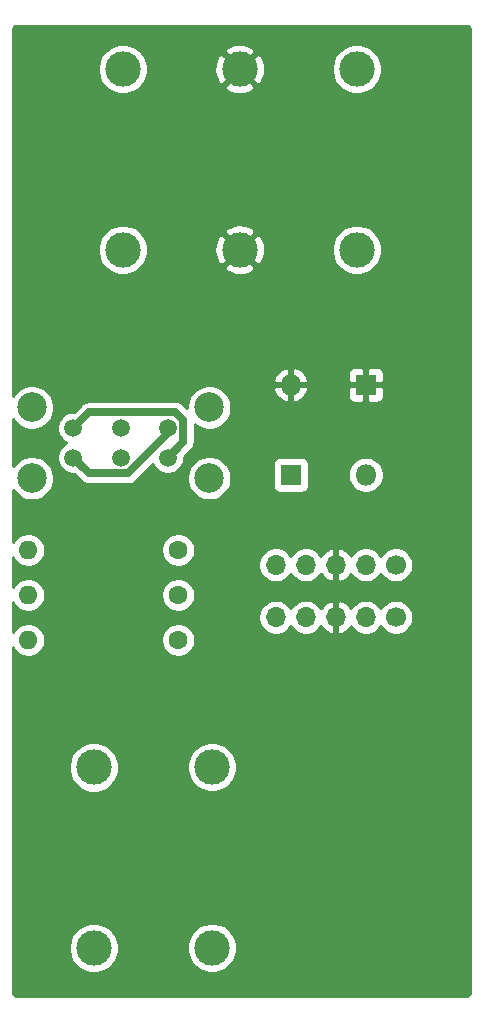
<source format=gbl>
%TF.GenerationSoftware,KiCad,Pcbnew,(5.1.8-0-10_14)*%
%TF.CreationDate,2021-07-14T10:20:26+01:00*%
%TF.ProjectId,transistor-matcher,7472616e-7369-4737-946f-722d6d617463,rev?*%
%TF.SameCoordinates,Original*%
%TF.FileFunction,Copper,L2,Bot*%
%TF.FilePolarity,Positive*%
%FSLAX46Y46*%
G04 Gerber Fmt 4.6, Leading zero omitted, Abs format (unit mm)*
G04 Created by KiCad (PCBNEW (5.1.8-0-10_14)) date 2021-07-14 10:20:26*
%MOMM*%
%LPD*%
G01*
G04 APERTURE LIST*
%TA.AperFunction,ComponentPad*%
%ADD10C,3.000000*%
%TD*%
%TA.AperFunction,ComponentPad*%
%ADD11R,1.800000X1.800000*%
%TD*%
%TA.AperFunction,ComponentPad*%
%ADD12O,1.800000X1.800000*%
%TD*%
%TA.AperFunction,ComponentPad*%
%ADD13O,1.700000X1.700000*%
%TD*%
%TA.AperFunction,ComponentPad*%
%ADD14C,1.700000*%
%TD*%
%TA.AperFunction,ComponentPad*%
%ADD15C,1.600000*%
%TD*%
%TA.AperFunction,ComponentPad*%
%ADD16O,1.600000X1.600000*%
%TD*%
%TA.AperFunction,ComponentPad*%
%ADD17C,1.500000*%
%TD*%
%TA.AperFunction,ComponentPad*%
%ADD18C,2.500000*%
%TD*%
%TA.AperFunction,Conductor*%
%ADD19C,0.635000*%
%TD*%
%TA.AperFunction,Conductor*%
%ADD20C,0.254000*%
%TD*%
%TA.AperFunction,Conductor*%
%ADD21C,0.100000*%
%TD*%
G04 APERTURE END LIST*
D10*
%TO.P,J1,1*%
%TO.N,Net-(J1-Pad1)*%
X92456000Y-57150000D03*
X92456000Y-41850000D03*
%TD*%
%TO.P,J2,1*%
%TO.N,GND*%
X102362000Y-57150000D03*
X102362000Y-41850000D03*
%TD*%
%TO.P,J3,1*%
%TO.N,Net-(J3-Pad1)*%
X112268000Y-57150000D03*
X112268000Y-41850000D03*
%TD*%
%TO.P,J4,1*%
%TO.N,Net-(J4-Pad1)*%
X90000000Y-100965000D03*
X90000000Y-116265000D03*
%TD*%
%TO.P,J7,1*%
%TO.N,Net-(J6-Pad2)*%
X100000000Y-100950000D03*
X100000000Y-116250000D03*
%TD*%
D11*
%TO.P,D1,1*%
%TO.N,GND*%
X113030000Y-68580000D03*
D12*
%TO.P,D1,2*%
%TO.N,Net-(D1-Pad2)*%
X113030000Y-76200000D03*
%TD*%
%TO.P,D2,2*%
%TO.N,GND*%
X106680000Y-68580000D03*
D11*
%TO.P,D2,1*%
%TO.N,Net-(D1-Pad2)*%
X106680000Y-76200000D03*
%TD*%
D13*
%TO.P,J5,5*%
%TO.N,Net-(J4-Pad1)*%
X105410000Y-83820000D03*
%TO.P,J5,4*%
%TO.N,Net-(D1-Pad2)*%
X107950000Y-83820000D03*
%TO.P,J5,3*%
%TO.N,GND*%
X110490000Y-83820000D03*
%TO.P,J5,2*%
%TO.N,Net-(J4-Pad1)*%
X113030000Y-83820000D03*
D14*
%TO.P,J5,1*%
%TO.N,Net-(D1-Pad2)*%
X115570000Y-83820000D03*
%TD*%
%TO.P,J6,1*%
%TO.N,Net-(D1-Pad2)*%
X115570000Y-88265000D03*
D13*
%TO.P,J6,2*%
%TO.N,Net-(J6-Pad2)*%
X113030000Y-88265000D03*
%TO.P,J6,3*%
%TO.N,GND*%
X110490000Y-88265000D03*
%TO.P,J6,4*%
%TO.N,Net-(D1-Pad2)*%
X107950000Y-88265000D03*
%TO.P,J6,5*%
%TO.N,Net-(J6-Pad2)*%
X105410000Y-88265000D03*
%TD*%
D15*
%TO.P,R1,1*%
%TO.N,Net-(D1-Pad2)*%
X97155000Y-82550000D03*
D16*
%TO.P,R1,2*%
%TO.N,Net-(R1-Pad2)*%
X84455000Y-82550000D03*
%TD*%
%TO.P,R2,2*%
%TO.N,Net-(R2-Pad2)*%
X84455000Y-86360000D03*
D15*
%TO.P,R2,1*%
%TO.N,Net-(J4-Pad1)*%
X97155000Y-86360000D03*
%TD*%
%TO.P,R3,1*%
%TO.N,Net-(J6-Pad2)*%
X97155000Y-90170000D03*
D16*
%TO.P,R3,2*%
%TO.N,Net-(R2-Pad2)*%
X84455000Y-90170000D03*
%TD*%
D17*
%TO.P,SW1,1*%
%TO.N,Net-(R1-Pad2)*%
X88265000Y-72235000D03*
%TO.P,SW1,2*%
%TO.N,Net-(J1-Pad1)*%
X92265000Y-72235000D03*
%TO.P,SW1,3*%
%TO.N,Net-(R2-Pad2)*%
X96265000Y-72235000D03*
%TO.P,SW1,4*%
X88265000Y-74735000D03*
%TO.P,SW1,5*%
%TO.N,Net-(J3-Pad1)*%
X92265000Y-74735000D03*
%TO.P,SW1,6*%
%TO.N,Net-(R1-Pad2)*%
X96265000Y-74735000D03*
D18*
%TO.P,SW1,*%
%TO.N,*%
X84765000Y-70485000D03*
X84765000Y-76485000D03*
X99765000Y-70485000D03*
X99765000Y-76485000D03*
%TD*%
D19*
%TO.N,Net-(R1-Pad2)*%
X97586501Y-71600679D02*
X97586501Y-73413499D01*
X97586501Y-73413499D02*
X96265000Y-74735000D01*
X96899321Y-70913499D02*
X97586501Y-71600679D01*
X89586501Y-70913499D02*
X96899321Y-70913499D01*
X88265000Y-72235000D02*
X89586501Y-70913499D01*
%TO.N,Net-(R2-Pad2)*%
X89586501Y-76056501D02*
X88265000Y-74735000D01*
X92899321Y-76056501D02*
X89586501Y-76056501D01*
X96265000Y-72690822D02*
X92899321Y-76056501D01*
X96265000Y-72235000D02*
X96265000Y-72690822D01*
%TD*%
D20*
%TO.N,GND*%
X121565424Y-38169580D02*
X121628356Y-38188580D01*
X121686405Y-38219445D01*
X121737343Y-38260989D01*
X121779248Y-38311644D01*
X121810515Y-38369471D01*
X121829956Y-38432272D01*
X121840001Y-38527845D01*
X121840000Y-119967721D01*
X121830420Y-120065424D01*
X121811420Y-120128357D01*
X121780554Y-120186406D01*
X121739011Y-120237343D01*
X121688356Y-120279248D01*
X121630529Y-120310515D01*
X121567728Y-120329956D01*
X121472165Y-120340000D01*
X83532279Y-120340000D01*
X83434576Y-120330420D01*
X83371643Y-120311420D01*
X83313594Y-120280554D01*
X83262657Y-120239011D01*
X83220752Y-120188356D01*
X83189485Y-120130529D01*
X83170044Y-120067728D01*
X83160000Y-119972165D01*
X83160000Y-116054721D01*
X87865000Y-116054721D01*
X87865000Y-116475279D01*
X87947047Y-116887756D01*
X88107988Y-117276302D01*
X88341637Y-117625983D01*
X88639017Y-117923363D01*
X88988698Y-118157012D01*
X89377244Y-118317953D01*
X89789721Y-118400000D01*
X90210279Y-118400000D01*
X90622756Y-118317953D01*
X91011302Y-118157012D01*
X91360983Y-117923363D01*
X91658363Y-117625983D01*
X91892012Y-117276302D01*
X92052953Y-116887756D01*
X92135000Y-116475279D01*
X92135000Y-116054721D01*
X92132017Y-116039721D01*
X97865000Y-116039721D01*
X97865000Y-116460279D01*
X97947047Y-116872756D01*
X98107988Y-117261302D01*
X98341637Y-117610983D01*
X98639017Y-117908363D01*
X98988698Y-118142012D01*
X99377244Y-118302953D01*
X99789721Y-118385000D01*
X100210279Y-118385000D01*
X100622756Y-118302953D01*
X101011302Y-118142012D01*
X101360983Y-117908363D01*
X101658363Y-117610983D01*
X101892012Y-117261302D01*
X102052953Y-116872756D01*
X102135000Y-116460279D01*
X102135000Y-116039721D01*
X102052953Y-115627244D01*
X101892012Y-115238698D01*
X101658363Y-114889017D01*
X101360983Y-114591637D01*
X101011302Y-114357988D01*
X100622756Y-114197047D01*
X100210279Y-114115000D01*
X99789721Y-114115000D01*
X99377244Y-114197047D01*
X98988698Y-114357988D01*
X98639017Y-114591637D01*
X98341637Y-114889017D01*
X98107988Y-115238698D01*
X97947047Y-115627244D01*
X97865000Y-116039721D01*
X92132017Y-116039721D01*
X92052953Y-115642244D01*
X91892012Y-115253698D01*
X91658363Y-114904017D01*
X91360983Y-114606637D01*
X91011302Y-114372988D01*
X90622756Y-114212047D01*
X90210279Y-114130000D01*
X89789721Y-114130000D01*
X89377244Y-114212047D01*
X88988698Y-114372988D01*
X88639017Y-114606637D01*
X88341637Y-114904017D01*
X88107988Y-115253698D01*
X87947047Y-115642244D01*
X87865000Y-116054721D01*
X83160000Y-116054721D01*
X83160000Y-100754721D01*
X87865000Y-100754721D01*
X87865000Y-101175279D01*
X87947047Y-101587756D01*
X88107988Y-101976302D01*
X88341637Y-102325983D01*
X88639017Y-102623363D01*
X88988698Y-102857012D01*
X89377244Y-103017953D01*
X89789721Y-103100000D01*
X90210279Y-103100000D01*
X90622756Y-103017953D01*
X91011302Y-102857012D01*
X91360983Y-102623363D01*
X91658363Y-102325983D01*
X91892012Y-101976302D01*
X92052953Y-101587756D01*
X92135000Y-101175279D01*
X92135000Y-100754721D01*
X92132017Y-100739721D01*
X97865000Y-100739721D01*
X97865000Y-101160279D01*
X97947047Y-101572756D01*
X98107988Y-101961302D01*
X98341637Y-102310983D01*
X98639017Y-102608363D01*
X98988698Y-102842012D01*
X99377244Y-103002953D01*
X99789721Y-103085000D01*
X100210279Y-103085000D01*
X100622756Y-103002953D01*
X101011302Y-102842012D01*
X101360983Y-102608363D01*
X101658363Y-102310983D01*
X101892012Y-101961302D01*
X102052953Y-101572756D01*
X102135000Y-101160279D01*
X102135000Y-100739721D01*
X102052953Y-100327244D01*
X101892012Y-99938698D01*
X101658363Y-99589017D01*
X101360983Y-99291637D01*
X101011302Y-99057988D01*
X100622756Y-98897047D01*
X100210279Y-98815000D01*
X99789721Y-98815000D01*
X99377244Y-98897047D01*
X98988698Y-99057988D01*
X98639017Y-99291637D01*
X98341637Y-99589017D01*
X98107988Y-99938698D01*
X97947047Y-100327244D01*
X97865000Y-100739721D01*
X92132017Y-100739721D01*
X92052953Y-100342244D01*
X91892012Y-99953698D01*
X91658363Y-99604017D01*
X91360983Y-99306637D01*
X91011302Y-99072988D01*
X90622756Y-98912047D01*
X90210279Y-98830000D01*
X89789721Y-98830000D01*
X89377244Y-98912047D01*
X88988698Y-99072988D01*
X88639017Y-99306637D01*
X88341637Y-99604017D01*
X88107988Y-99953698D01*
X87947047Y-100342244D01*
X87865000Y-100754721D01*
X83160000Y-100754721D01*
X83160000Y-90793427D01*
X83183320Y-90849727D01*
X83340363Y-91084759D01*
X83540241Y-91284637D01*
X83775273Y-91441680D01*
X84036426Y-91549853D01*
X84313665Y-91605000D01*
X84596335Y-91605000D01*
X84873574Y-91549853D01*
X85134727Y-91441680D01*
X85369759Y-91284637D01*
X85569637Y-91084759D01*
X85726680Y-90849727D01*
X85834853Y-90588574D01*
X85890000Y-90311335D01*
X85890000Y-90028665D01*
X95720000Y-90028665D01*
X95720000Y-90311335D01*
X95775147Y-90588574D01*
X95883320Y-90849727D01*
X96040363Y-91084759D01*
X96240241Y-91284637D01*
X96475273Y-91441680D01*
X96736426Y-91549853D01*
X97013665Y-91605000D01*
X97296335Y-91605000D01*
X97573574Y-91549853D01*
X97834727Y-91441680D01*
X98069759Y-91284637D01*
X98269637Y-91084759D01*
X98426680Y-90849727D01*
X98534853Y-90588574D01*
X98590000Y-90311335D01*
X98590000Y-90028665D01*
X98534853Y-89751426D01*
X98426680Y-89490273D01*
X98269637Y-89255241D01*
X98069759Y-89055363D01*
X97834727Y-88898320D01*
X97573574Y-88790147D01*
X97296335Y-88735000D01*
X97013665Y-88735000D01*
X96736426Y-88790147D01*
X96475273Y-88898320D01*
X96240241Y-89055363D01*
X96040363Y-89255241D01*
X95883320Y-89490273D01*
X95775147Y-89751426D01*
X95720000Y-90028665D01*
X85890000Y-90028665D01*
X85834853Y-89751426D01*
X85726680Y-89490273D01*
X85569637Y-89255241D01*
X85369759Y-89055363D01*
X85134727Y-88898320D01*
X84873574Y-88790147D01*
X84596335Y-88735000D01*
X84313665Y-88735000D01*
X84036426Y-88790147D01*
X83775273Y-88898320D01*
X83540241Y-89055363D01*
X83340363Y-89255241D01*
X83183320Y-89490273D01*
X83160000Y-89546573D01*
X83160000Y-88118740D01*
X103925000Y-88118740D01*
X103925000Y-88411260D01*
X103982068Y-88698158D01*
X104094010Y-88968411D01*
X104256525Y-89211632D01*
X104463368Y-89418475D01*
X104706589Y-89580990D01*
X104976842Y-89692932D01*
X105263740Y-89750000D01*
X105556260Y-89750000D01*
X105843158Y-89692932D01*
X106113411Y-89580990D01*
X106356632Y-89418475D01*
X106563475Y-89211632D01*
X106680000Y-89037240D01*
X106796525Y-89211632D01*
X107003368Y-89418475D01*
X107246589Y-89580990D01*
X107516842Y-89692932D01*
X107803740Y-89750000D01*
X108096260Y-89750000D01*
X108383158Y-89692932D01*
X108653411Y-89580990D01*
X108896632Y-89418475D01*
X109103475Y-89211632D01*
X109225195Y-89029466D01*
X109294822Y-89146355D01*
X109489731Y-89362588D01*
X109723080Y-89536641D01*
X109985901Y-89661825D01*
X110133110Y-89706476D01*
X110363000Y-89585155D01*
X110363000Y-88392000D01*
X110343000Y-88392000D01*
X110343000Y-88138000D01*
X110363000Y-88138000D01*
X110363000Y-86944845D01*
X110617000Y-86944845D01*
X110617000Y-88138000D01*
X110637000Y-88138000D01*
X110637000Y-88392000D01*
X110617000Y-88392000D01*
X110617000Y-89585155D01*
X110846890Y-89706476D01*
X110994099Y-89661825D01*
X111256920Y-89536641D01*
X111490269Y-89362588D01*
X111685178Y-89146355D01*
X111754805Y-89029466D01*
X111876525Y-89211632D01*
X112083368Y-89418475D01*
X112326589Y-89580990D01*
X112596842Y-89692932D01*
X112883740Y-89750000D01*
X113176260Y-89750000D01*
X113463158Y-89692932D01*
X113733411Y-89580990D01*
X113976632Y-89418475D01*
X114183475Y-89211632D01*
X114300000Y-89037240D01*
X114416525Y-89211632D01*
X114623368Y-89418475D01*
X114866589Y-89580990D01*
X115136842Y-89692932D01*
X115423740Y-89750000D01*
X115716260Y-89750000D01*
X116003158Y-89692932D01*
X116273411Y-89580990D01*
X116516632Y-89418475D01*
X116723475Y-89211632D01*
X116885990Y-88968411D01*
X116997932Y-88698158D01*
X117055000Y-88411260D01*
X117055000Y-88118740D01*
X116997932Y-87831842D01*
X116885990Y-87561589D01*
X116723475Y-87318368D01*
X116516632Y-87111525D01*
X116273411Y-86949010D01*
X116003158Y-86837068D01*
X115716260Y-86780000D01*
X115423740Y-86780000D01*
X115136842Y-86837068D01*
X114866589Y-86949010D01*
X114623368Y-87111525D01*
X114416525Y-87318368D01*
X114300000Y-87492760D01*
X114183475Y-87318368D01*
X113976632Y-87111525D01*
X113733411Y-86949010D01*
X113463158Y-86837068D01*
X113176260Y-86780000D01*
X112883740Y-86780000D01*
X112596842Y-86837068D01*
X112326589Y-86949010D01*
X112083368Y-87111525D01*
X111876525Y-87318368D01*
X111754805Y-87500534D01*
X111685178Y-87383645D01*
X111490269Y-87167412D01*
X111256920Y-86993359D01*
X110994099Y-86868175D01*
X110846890Y-86823524D01*
X110617000Y-86944845D01*
X110363000Y-86944845D01*
X110133110Y-86823524D01*
X109985901Y-86868175D01*
X109723080Y-86993359D01*
X109489731Y-87167412D01*
X109294822Y-87383645D01*
X109225195Y-87500534D01*
X109103475Y-87318368D01*
X108896632Y-87111525D01*
X108653411Y-86949010D01*
X108383158Y-86837068D01*
X108096260Y-86780000D01*
X107803740Y-86780000D01*
X107516842Y-86837068D01*
X107246589Y-86949010D01*
X107003368Y-87111525D01*
X106796525Y-87318368D01*
X106680000Y-87492760D01*
X106563475Y-87318368D01*
X106356632Y-87111525D01*
X106113411Y-86949010D01*
X105843158Y-86837068D01*
X105556260Y-86780000D01*
X105263740Y-86780000D01*
X104976842Y-86837068D01*
X104706589Y-86949010D01*
X104463368Y-87111525D01*
X104256525Y-87318368D01*
X104094010Y-87561589D01*
X103982068Y-87831842D01*
X103925000Y-88118740D01*
X83160000Y-88118740D01*
X83160000Y-86983427D01*
X83183320Y-87039727D01*
X83340363Y-87274759D01*
X83540241Y-87474637D01*
X83775273Y-87631680D01*
X84036426Y-87739853D01*
X84313665Y-87795000D01*
X84596335Y-87795000D01*
X84873574Y-87739853D01*
X85134727Y-87631680D01*
X85369759Y-87474637D01*
X85569637Y-87274759D01*
X85726680Y-87039727D01*
X85834853Y-86778574D01*
X85890000Y-86501335D01*
X85890000Y-86218665D01*
X95720000Y-86218665D01*
X95720000Y-86501335D01*
X95775147Y-86778574D01*
X95883320Y-87039727D01*
X96040363Y-87274759D01*
X96240241Y-87474637D01*
X96475273Y-87631680D01*
X96736426Y-87739853D01*
X97013665Y-87795000D01*
X97296335Y-87795000D01*
X97573574Y-87739853D01*
X97834727Y-87631680D01*
X98069759Y-87474637D01*
X98269637Y-87274759D01*
X98426680Y-87039727D01*
X98534853Y-86778574D01*
X98590000Y-86501335D01*
X98590000Y-86218665D01*
X98534853Y-85941426D01*
X98426680Y-85680273D01*
X98269637Y-85445241D01*
X98069759Y-85245363D01*
X97834727Y-85088320D01*
X97573574Y-84980147D01*
X97296335Y-84925000D01*
X97013665Y-84925000D01*
X96736426Y-84980147D01*
X96475273Y-85088320D01*
X96240241Y-85245363D01*
X96040363Y-85445241D01*
X95883320Y-85680273D01*
X95775147Y-85941426D01*
X95720000Y-86218665D01*
X85890000Y-86218665D01*
X85834853Y-85941426D01*
X85726680Y-85680273D01*
X85569637Y-85445241D01*
X85369759Y-85245363D01*
X85134727Y-85088320D01*
X84873574Y-84980147D01*
X84596335Y-84925000D01*
X84313665Y-84925000D01*
X84036426Y-84980147D01*
X83775273Y-85088320D01*
X83540241Y-85245363D01*
X83340363Y-85445241D01*
X83183320Y-85680273D01*
X83160000Y-85736573D01*
X83160000Y-83173427D01*
X83183320Y-83229727D01*
X83340363Y-83464759D01*
X83540241Y-83664637D01*
X83775273Y-83821680D01*
X84036426Y-83929853D01*
X84313665Y-83985000D01*
X84596335Y-83985000D01*
X84873574Y-83929853D01*
X85134727Y-83821680D01*
X85369759Y-83664637D01*
X85569637Y-83464759D01*
X85726680Y-83229727D01*
X85834853Y-82968574D01*
X85890000Y-82691335D01*
X85890000Y-82408665D01*
X95720000Y-82408665D01*
X95720000Y-82691335D01*
X95775147Y-82968574D01*
X95883320Y-83229727D01*
X96040363Y-83464759D01*
X96240241Y-83664637D01*
X96475273Y-83821680D01*
X96736426Y-83929853D01*
X97013665Y-83985000D01*
X97296335Y-83985000D01*
X97573574Y-83929853D01*
X97834727Y-83821680D01*
X98056135Y-83673740D01*
X103925000Y-83673740D01*
X103925000Y-83966260D01*
X103982068Y-84253158D01*
X104094010Y-84523411D01*
X104256525Y-84766632D01*
X104463368Y-84973475D01*
X104706589Y-85135990D01*
X104976842Y-85247932D01*
X105263740Y-85305000D01*
X105556260Y-85305000D01*
X105843158Y-85247932D01*
X106113411Y-85135990D01*
X106356632Y-84973475D01*
X106563475Y-84766632D01*
X106680000Y-84592240D01*
X106796525Y-84766632D01*
X107003368Y-84973475D01*
X107246589Y-85135990D01*
X107516842Y-85247932D01*
X107803740Y-85305000D01*
X108096260Y-85305000D01*
X108383158Y-85247932D01*
X108653411Y-85135990D01*
X108896632Y-84973475D01*
X109103475Y-84766632D01*
X109225195Y-84584466D01*
X109294822Y-84701355D01*
X109489731Y-84917588D01*
X109723080Y-85091641D01*
X109985901Y-85216825D01*
X110133110Y-85261476D01*
X110363000Y-85140155D01*
X110363000Y-83947000D01*
X110343000Y-83947000D01*
X110343000Y-83693000D01*
X110363000Y-83693000D01*
X110363000Y-82499845D01*
X110617000Y-82499845D01*
X110617000Y-83693000D01*
X110637000Y-83693000D01*
X110637000Y-83947000D01*
X110617000Y-83947000D01*
X110617000Y-85140155D01*
X110846890Y-85261476D01*
X110994099Y-85216825D01*
X111256920Y-85091641D01*
X111490269Y-84917588D01*
X111685178Y-84701355D01*
X111754805Y-84584466D01*
X111876525Y-84766632D01*
X112083368Y-84973475D01*
X112326589Y-85135990D01*
X112596842Y-85247932D01*
X112883740Y-85305000D01*
X113176260Y-85305000D01*
X113463158Y-85247932D01*
X113733411Y-85135990D01*
X113976632Y-84973475D01*
X114183475Y-84766632D01*
X114300000Y-84592240D01*
X114416525Y-84766632D01*
X114623368Y-84973475D01*
X114866589Y-85135990D01*
X115136842Y-85247932D01*
X115423740Y-85305000D01*
X115716260Y-85305000D01*
X116003158Y-85247932D01*
X116273411Y-85135990D01*
X116516632Y-84973475D01*
X116723475Y-84766632D01*
X116885990Y-84523411D01*
X116997932Y-84253158D01*
X117055000Y-83966260D01*
X117055000Y-83673740D01*
X116997932Y-83386842D01*
X116885990Y-83116589D01*
X116723475Y-82873368D01*
X116516632Y-82666525D01*
X116273411Y-82504010D01*
X116003158Y-82392068D01*
X115716260Y-82335000D01*
X115423740Y-82335000D01*
X115136842Y-82392068D01*
X114866589Y-82504010D01*
X114623368Y-82666525D01*
X114416525Y-82873368D01*
X114300000Y-83047760D01*
X114183475Y-82873368D01*
X113976632Y-82666525D01*
X113733411Y-82504010D01*
X113463158Y-82392068D01*
X113176260Y-82335000D01*
X112883740Y-82335000D01*
X112596842Y-82392068D01*
X112326589Y-82504010D01*
X112083368Y-82666525D01*
X111876525Y-82873368D01*
X111754805Y-83055534D01*
X111685178Y-82938645D01*
X111490269Y-82722412D01*
X111256920Y-82548359D01*
X110994099Y-82423175D01*
X110846890Y-82378524D01*
X110617000Y-82499845D01*
X110363000Y-82499845D01*
X110133110Y-82378524D01*
X109985901Y-82423175D01*
X109723080Y-82548359D01*
X109489731Y-82722412D01*
X109294822Y-82938645D01*
X109225195Y-83055534D01*
X109103475Y-82873368D01*
X108896632Y-82666525D01*
X108653411Y-82504010D01*
X108383158Y-82392068D01*
X108096260Y-82335000D01*
X107803740Y-82335000D01*
X107516842Y-82392068D01*
X107246589Y-82504010D01*
X107003368Y-82666525D01*
X106796525Y-82873368D01*
X106680000Y-83047760D01*
X106563475Y-82873368D01*
X106356632Y-82666525D01*
X106113411Y-82504010D01*
X105843158Y-82392068D01*
X105556260Y-82335000D01*
X105263740Y-82335000D01*
X104976842Y-82392068D01*
X104706589Y-82504010D01*
X104463368Y-82666525D01*
X104256525Y-82873368D01*
X104094010Y-83116589D01*
X103982068Y-83386842D01*
X103925000Y-83673740D01*
X98056135Y-83673740D01*
X98069759Y-83664637D01*
X98269637Y-83464759D01*
X98426680Y-83229727D01*
X98534853Y-82968574D01*
X98590000Y-82691335D01*
X98590000Y-82408665D01*
X98534853Y-82131426D01*
X98426680Y-81870273D01*
X98269637Y-81635241D01*
X98069759Y-81435363D01*
X97834727Y-81278320D01*
X97573574Y-81170147D01*
X97296335Y-81115000D01*
X97013665Y-81115000D01*
X96736426Y-81170147D01*
X96475273Y-81278320D01*
X96240241Y-81435363D01*
X96040363Y-81635241D01*
X95883320Y-81870273D01*
X95775147Y-82131426D01*
X95720000Y-82408665D01*
X85890000Y-82408665D01*
X85834853Y-82131426D01*
X85726680Y-81870273D01*
X85569637Y-81635241D01*
X85369759Y-81435363D01*
X85134727Y-81278320D01*
X84873574Y-81170147D01*
X84596335Y-81115000D01*
X84313665Y-81115000D01*
X84036426Y-81170147D01*
X83775273Y-81278320D01*
X83540241Y-81435363D01*
X83340363Y-81635241D01*
X83183320Y-81870273D01*
X83160000Y-81926573D01*
X83160000Y-77475859D01*
X83300825Y-77686618D01*
X83563382Y-77949175D01*
X83872118Y-78155466D01*
X84215166Y-78297561D01*
X84579344Y-78370000D01*
X84950656Y-78370000D01*
X85314834Y-78297561D01*
X85657882Y-78155466D01*
X85966618Y-77949175D01*
X86229175Y-77686618D01*
X86435466Y-77377882D01*
X86577561Y-77034834D01*
X86650000Y-76670656D01*
X86650000Y-76299344D01*
X86577561Y-75935166D01*
X86435466Y-75592118D01*
X86229175Y-75283382D01*
X85966618Y-75020825D01*
X85657882Y-74814534D01*
X85314834Y-74672439D01*
X84950656Y-74600000D01*
X84579344Y-74600000D01*
X84215166Y-74672439D01*
X83872118Y-74814534D01*
X83563382Y-75020825D01*
X83300825Y-75283382D01*
X83160000Y-75494141D01*
X83160000Y-71475859D01*
X83300825Y-71686618D01*
X83563382Y-71949175D01*
X83872118Y-72155466D01*
X84215166Y-72297561D01*
X84579344Y-72370000D01*
X84950656Y-72370000D01*
X85314834Y-72297561D01*
X85657882Y-72155466D01*
X85743004Y-72098589D01*
X86880000Y-72098589D01*
X86880000Y-72371411D01*
X86933225Y-72638989D01*
X87037629Y-72891043D01*
X87189201Y-73117886D01*
X87382114Y-73310799D01*
X87608957Y-73462371D01*
X87663588Y-73485000D01*
X87608957Y-73507629D01*
X87382114Y-73659201D01*
X87189201Y-73852114D01*
X87037629Y-74078957D01*
X86933225Y-74331011D01*
X86880000Y-74598589D01*
X86880000Y-74871411D01*
X86933225Y-75138989D01*
X87037629Y-75391043D01*
X87189201Y-75617886D01*
X87382114Y-75810799D01*
X87608957Y-75962371D01*
X87861011Y-76066775D01*
X88128589Y-76120000D01*
X88302962Y-76120000D01*
X88879894Y-76696932D01*
X88909723Y-76733279D01*
X89054760Y-76852307D01*
X89137496Y-76896530D01*
X89220231Y-76940753D01*
X89310005Y-76967986D01*
X89399778Y-76995218D01*
X89539716Y-77009001D01*
X89586501Y-77013609D01*
X89633286Y-77009001D01*
X92852536Y-77009001D01*
X92899321Y-77013609D01*
X92946106Y-77009001D01*
X93086044Y-76995218D01*
X93265590Y-76940753D01*
X93431062Y-76852307D01*
X93576099Y-76733279D01*
X93605928Y-76696932D01*
X94003516Y-76299344D01*
X97880000Y-76299344D01*
X97880000Y-76670656D01*
X97952439Y-77034834D01*
X98094534Y-77377882D01*
X98300825Y-77686618D01*
X98563382Y-77949175D01*
X98872118Y-78155466D01*
X99215166Y-78297561D01*
X99579344Y-78370000D01*
X99950656Y-78370000D01*
X100314834Y-78297561D01*
X100657882Y-78155466D01*
X100966618Y-77949175D01*
X101229175Y-77686618D01*
X101435466Y-77377882D01*
X101577561Y-77034834D01*
X101650000Y-76670656D01*
X101650000Y-76299344D01*
X101577561Y-75935166D01*
X101435466Y-75592118D01*
X101240279Y-75300000D01*
X105141928Y-75300000D01*
X105141928Y-77100000D01*
X105154188Y-77224482D01*
X105190498Y-77344180D01*
X105249463Y-77454494D01*
X105328815Y-77551185D01*
X105425506Y-77630537D01*
X105535820Y-77689502D01*
X105655518Y-77725812D01*
X105780000Y-77738072D01*
X107580000Y-77738072D01*
X107704482Y-77725812D01*
X107824180Y-77689502D01*
X107934494Y-77630537D01*
X108031185Y-77551185D01*
X108110537Y-77454494D01*
X108169502Y-77344180D01*
X108205812Y-77224482D01*
X108218072Y-77100000D01*
X108218072Y-76048816D01*
X111495000Y-76048816D01*
X111495000Y-76351184D01*
X111553989Y-76647743D01*
X111669701Y-76927095D01*
X111837688Y-77178505D01*
X112051495Y-77392312D01*
X112302905Y-77560299D01*
X112582257Y-77676011D01*
X112878816Y-77735000D01*
X113181184Y-77735000D01*
X113477743Y-77676011D01*
X113757095Y-77560299D01*
X114008505Y-77392312D01*
X114222312Y-77178505D01*
X114390299Y-76927095D01*
X114506011Y-76647743D01*
X114565000Y-76351184D01*
X114565000Y-76048816D01*
X114506011Y-75752257D01*
X114390299Y-75472905D01*
X114222312Y-75221495D01*
X114008505Y-75007688D01*
X113757095Y-74839701D01*
X113477743Y-74723989D01*
X113181184Y-74665000D01*
X112878816Y-74665000D01*
X112582257Y-74723989D01*
X112302905Y-74839701D01*
X112051495Y-75007688D01*
X111837688Y-75221495D01*
X111669701Y-75472905D01*
X111553989Y-75752257D01*
X111495000Y-76048816D01*
X108218072Y-76048816D01*
X108218072Y-75300000D01*
X108205812Y-75175518D01*
X108169502Y-75055820D01*
X108110537Y-74945506D01*
X108031185Y-74848815D01*
X107934494Y-74769463D01*
X107824180Y-74710498D01*
X107704482Y-74674188D01*
X107580000Y-74661928D01*
X105780000Y-74661928D01*
X105655518Y-74674188D01*
X105535820Y-74710498D01*
X105425506Y-74769463D01*
X105328815Y-74848815D01*
X105249463Y-74945506D01*
X105190498Y-75055820D01*
X105154188Y-75175518D01*
X105141928Y-75300000D01*
X101240279Y-75300000D01*
X101229175Y-75283382D01*
X100966618Y-75020825D01*
X100657882Y-74814534D01*
X100314834Y-74672439D01*
X99950656Y-74600000D01*
X99579344Y-74600000D01*
X99215166Y-74672439D01*
X98872118Y-74814534D01*
X98563382Y-75020825D01*
X98300825Y-75283382D01*
X98094534Y-75592118D01*
X97952439Y-75935166D01*
X97880000Y-76299344D01*
X94003516Y-76299344D01*
X95000780Y-75302081D01*
X95037629Y-75391043D01*
X95189201Y-75617886D01*
X95382114Y-75810799D01*
X95608957Y-75962371D01*
X95861011Y-76066775D01*
X96128589Y-76120000D01*
X96401411Y-76120000D01*
X96668989Y-76066775D01*
X96921043Y-75962371D01*
X97147886Y-75810799D01*
X97340799Y-75617886D01*
X97492371Y-75391043D01*
X97596775Y-75138989D01*
X97650000Y-74871411D01*
X97650000Y-74697038D01*
X98226932Y-74120106D01*
X98263279Y-74090277D01*
X98382307Y-73945240D01*
X98461926Y-73796283D01*
X98470753Y-73779769D01*
X98525218Y-73600221D01*
X98543609Y-73413499D01*
X98539001Y-73366714D01*
X98539001Y-71924794D01*
X98563382Y-71949175D01*
X98872118Y-72155466D01*
X99215166Y-72297561D01*
X99579344Y-72370000D01*
X99950656Y-72370000D01*
X100314834Y-72297561D01*
X100657882Y-72155466D01*
X100966618Y-71949175D01*
X101229175Y-71686618D01*
X101435466Y-71377882D01*
X101577561Y-71034834D01*
X101650000Y-70670656D01*
X101650000Y-70299344D01*
X101577561Y-69935166D01*
X101435466Y-69592118D01*
X101229175Y-69283382D01*
X100966618Y-69020825D01*
X100852751Y-68944741D01*
X105188959Y-68944741D01*
X105288766Y-69228620D01*
X105442038Y-69487573D01*
X105642884Y-69711649D01*
X105883586Y-69892236D01*
X106154893Y-70022394D01*
X106315260Y-70071036D01*
X106553000Y-69950378D01*
X106553000Y-68707000D01*
X106807000Y-68707000D01*
X106807000Y-69950378D01*
X107044740Y-70071036D01*
X107205107Y-70022394D01*
X107476414Y-69892236D01*
X107717116Y-69711649D01*
X107917962Y-69487573D01*
X107922444Y-69480000D01*
X111491928Y-69480000D01*
X111504188Y-69604482D01*
X111540498Y-69724180D01*
X111599463Y-69834494D01*
X111678815Y-69931185D01*
X111775506Y-70010537D01*
X111885820Y-70069502D01*
X112005518Y-70105812D01*
X112130000Y-70118072D01*
X112744250Y-70115000D01*
X112903000Y-69956250D01*
X112903000Y-68707000D01*
X113157000Y-68707000D01*
X113157000Y-69956250D01*
X113315750Y-70115000D01*
X113930000Y-70118072D01*
X114054482Y-70105812D01*
X114174180Y-70069502D01*
X114284494Y-70010537D01*
X114381185Y-69931185D01*
X114460537Y-69834494D01*
X114519502Y-69724180D01*
X114555812Y-69604482D01*
X114568072Y-69480000D01*
X114565000Y-68865750D01*
X114406250Y-68707000D01*
X113157000Y-68707000D01*
X112903000Y-68707000D01*
X111653750Y-68707000D01*
X111495000Y-68865750D01*
X111491928Y-69480000D01*
X107922444Y-69480000D01*
X108071234Y-69228620D01*
X108171041Y-68944741D01*
X108050992Y-68707000D01*
X106807000Y-68707000D01*
X106553000Y-68707000D01*
X105309008Y-68707000D01*
X105188959Y-68944741D01*
X100852751Y-68944741D01*
X100657882Y-68814534D01*
X100314834Y-68672439D01*
X99950656Y-68600000D01*
X99579344Y-68600000D01*
X99215166Y-68672439D01*
X98872118Y-68814534D01*
X98563382Y-69020825D01*
X98300825Y-69283382D01*
X98094534Y-69592118D01*
X97952439Y-69935166D01*
X97880000Y-70299344D01*
X97880000Y-70547140D01*
X97605928Y-70273068D01*
X97576099Y-70236721D01*
X97431062Y-70117693D01*
X97265590Y-70029247D01*
X97086044Y-69974782D01*
X96946106Y-69960999D01*
X96899321Y-69956391D01*
X96852536Y-69960999D01*
X89633286Y-69960999D01*
X89586501Y-69956391D01*
X89539716Y-69960999D01*
X89399778Y-69974782D01*
X89310005Y-70002015D01*
X89220231Y-70029247D01*
X89144920Y-70069502D01*
X89054760Y-70117693D01*
X88909723Y-70236721D01*
X88879894Y-70273068D01*
X88302962Y-70850000D01*
X88128589Y-70850000D01*
X87861011Y-70903225D01*
X87608957Y-71007629D01*
X87382114Y-71159201D01*
X87189201Y-71352114D01*
X87037629Y-71578957D01*
X86933225Y-71831011D01*
X86880000Y-72098589D01*
X85743004Y-72098589D01*
X85966618Y-71949175D01*
X86229175Y-71686618D01*
X86435466Y-71377882D01*
X86577561Y-71034834D01*
X86650000Y-70670656D01*
X86650000Y-70299344D01*
X86577561Y-69935166D01*
X86435466Y-69592118D01*
X86229175Y-69283382D01*
X85966618Y-69020825D01*
X85657882Y-68814534D01*
X85314834Y-68672439D01*
X84950656Y-68600000D01*
X84579344Y-68600000D01*
X84215166Y-68672439D01*
X83872118Y-68814534D01*
X83563382Y-69020825D01*
X83300825Y-69283382D01*
X83160000Y-69494141D01*
X83160000Y-68215259D01*
X105188959Y-68215259D01*
X105309008Y-68453000D01*
X106553000Y-68453000D01*
X106553000Y-67209622D01*
X106807000Y-67209622D01*
X106807000Y-68453000D01*
X108050992Y-68453000D01*
X108171041Y-68215259D01*
X108071234Y-67931380D01*
X107922445Y-67680000D01*
X111491928Y-67680000D01*
X111495000Y-68294250D01*
X111653750Y-68453000D01*
X112903000Y-68453000D01*
X112903000Y-67203750D01*
X113157000Y-67203750D01*
X113157000Y-68453000D01*
X114406250Y-68453000D01*
X114565000Y-68294250D01*
X114568072Y-67680000D01*
X114555812Y-67555518D01*
X114519502Y-67435820D01*
X114460537Y-67325506D01*
X114381185Y-67228815D01*
X114284494Y-67149463D01*
X114174180Y-67090498D01*
X114054482Y-67054188D01*
X113930000Y-67041928D01*
X113315750Y-67045000D01*
X113157000Y-67203750D01*
X112903000Y-67203750D01*
X112744250Y-67045000D01*
X112130000Y-67041928D01*
X112005518Y-67054188D01*
X111885820Y-67090498D01*
X111775506Y-67149463D01*
X111678815Y-67228815D01*
X111599463Y-67325506D01*
X111540498Y-67435820D01*
X111504188Y-67555518D01*
X111491928Y-67680000D01*
X107922445Y-67680000D01*
X107917962Y-67672427D01*
X107717116Y-67448351D01*
X107476414Y-67267764D01*
X107205107Y-67137606D01*
X107044740Y-67088964D01*
X106807000Y-67209622D01*
X106553000Y-67209622D01*
X106315260Y-67088964D01*
X106154893Y-67137606D01*
X105883586Y-67267764D01*
X105642884Y-67448351D01*
X105442038Y-67672427D01*
X105288766Y-67931380D01*
X105188959Y-68215259D01*
X83160000Y-68215259D01*
X83160000Y-56939721D01*
X90321000Y-56939721D01*
X90321000Y-57360279D01*
X90403047Y-57772756D01*
X90563988Y-58161302D01*
X90797637Y-58510983D01*
X91095017Y-58808363D01*
X91444698Y-59042012D01*
X91833244Y-59202953D01*
X92245721Y-59285000D01*
X92666279Y-59285000D01*
X93078756Y-59202953D01*
X93467302Y-59042012D01*
X93816983Y-58808363D01*
X93983693Y-58641653D01*
X101049952Y-58641653D01*
X101205962Y-58957214D01*
X101580745Y-59148020D01*
X101985551Y-59262044D01*
X102404824Y-59294902D01*
X102822451Y-59245334D01*
X103222383Y-59115243D01*
X103518038Y-58957214D01*
X103674048Y-58641653D01*
X102362000Y-57329605D01*
X101049952Y-58641653D01*
X93983693Y-58641653D01*
X94114363Y-58510983D01*
X94348012Y-58161302D01*
X94508953Y-57772756D01*
X94591000Y-57360279D01*
X94591000Y-57192824D01*
X100217098Y-57192824D01*
X100266666Y-57610451D01*
X100396757Y-58010383D01*
X100554786Y-58306038D01*
X100870347Y-58462048D01*
X102182395Y-57150000D01*
X102541605Y-57150000D01*
X103853653Y-58462048D01*
X104169214Y-58306038D01*
X104360020Y-57931255D01*
X104474044Y-57526449D01*
X104506902Y-57107176D01*
X104487027Y-56939721D01*
X110133000Y-56939721D01*
X110133000Y-57360279D01*
X110215047Y-57772756D01*
X110375988Y-58161302D01*
X110609637Y-58510983D01*
X110907017Y-58808363D01*
X111256698Y-59042012D01*
X111645244Y-59202953D01*
X112057721Y-59285000D01*
X112478279Y-59285000D01*
X112890756Y-59202953D01*
X113279302Y-59042012D01*
X113628983Y-58808363D01*
X113926363Y-58510983D01*
X114160012Y-58161302D01*
X114320953Y-57772756D01*
X114403000Y-57360279D01*
X114403000Y-56939721D01*
X114320953Y-56527244D01*
X114160012Y-56138698D01*
X113926363Y-55789017D01*
X113628983Y-55491637D01*
X113279302Y-55257988D01*
X112890756Y-55097047D01*
X112478279Y-55015000D01*
X112057721Y-55015000D01*
X111645244Y-55097047D01*
X111256698Y-55257988D01*
X110907017Y-55491637D01*
X110609637Y-55789017D01*
X110375988Y-56138698D01*
X110215047Y-56527244D01*
X110133000Y-56939721D01*
X104487027Y-56939721D01*
X104457334Y-56689549D01*
X104327243Y-56289617D01*
X104169214Y-55993962D01*
X103853653Y-55837952D01*
X102541605Y-57150000D01*
X102182395Y-57150000D01*
X100870347Y-55837952D01*
X100554786Y-55993962D01*
X100363980Y-56368745D01*
X100249956Y-56773551D01*
X100217098Y-57192824D01*
X94591000Y-57192824D01*
X94591000Y-56939721D01*
X94508953Y-56527244D01*
X94348012Y-56138698D01*
X94114363Y-55789017D01*
X93983693Y-55658347D01*
X101049952Y-55658347D01*
X102362000Y-56970395D01*
X103674048Y-55658347D01*
X103518038Y-55342786D01*
X103143255Y-55151980D01*
X102738449Y-55037956D01*
X102319176Y-55005098D01*
X101901549Y-55054666D01*
X101501617Y-55184757D01*
X101205962Y-55342786D01*
X101049952Y-55658347D01*
X93983693Y-55658347D01*
X93816983Y-55491637D01*
X93467302Y-55257988D01*
X93078756Y-55097047D01*
X92666279Y-55015000D01*
X92245721Y-55015000D01*
X91833244Y-55097047D01*
X91444698Y-55257988D01*
X91095017Y-55491637D01*
X90797637Y-55789017D01*
X90563988Y-56138698D01*
X90403047Y-56527244D01*
X90321000Y-56939721D01*
X83160000Y-56939721D01*
X83160000Y-41639721D01*
X90321000Y-41639721D01*
X90321000Y-42060279D01*
X90403047Y-42472756D01*
X90563988Y-42861302D01*
X90797637Y-43210983D01*
X91095017Y-43508363D01*
X91444698Y-43742012D01*
X91833244Y-43902953D01*
X92245721Y-43985000D01*
X92666279Y-43985000D01*
X93078756Y-43902953D01*
X93467302Y-43742012D01*
X93816983Y-43508363D01*
X93983693Y-43341653D01*
X101049952Y-43341653D01*
X101205962Y-43657214D01*
X101580745Y-43848020D01*
X101985551Y-43962044D01*
X102404824Y-43994902D01*
X102822451Y-43945334D01*
X103222383Y-43815243D01*
X103518038Y-43657214D01*
X103674048Y-43341653D01*
X102362000Y-42029605D01*
X101049952Y-43341653D01*
X93983693Y-43341653D01*
X94114363Y-43210983D01*
X94348012Y-42861302D01*
X94508953Y-42472756D01*
X94591000Y-42060279D01*
X94591000Y-41892824D01*
X100217098Y-41892824D01*
X100266666Y-42310451D01*
X100396757Y-42710383D01*
X100554786Y-43006038D01*
X100870347Y-43162048D01*
X102182395Y-41850000D01*
X102541605Y-41850000D01*
X103853653Y-43162048D01*
X104169214Y-43006038D01*
X104360020Y-42631255D01*
X104474044Y-42226449D01*
X104506902Y-41807176D01*
X104487027Y-41639721D01*
X110133000Y-41639721D01*
X110133000Y-42060279D01*
X110215047Y-42472756D01*
X110375988Y-42861302D01*
X110609637Y-43210983D01*
X110907017Y-43508363D01*
X111256698Y-43742012D01*
X111645244Y-43902953D01*
X112057721Y-43985000D01*
X112478279Y-43985000D01*
X112890756Y-43902953D01*
X113279302Y-43742012D01*
X113628983Y-43508363D01*
X113926363Y-43210983D01*
X114160012Y-42861302D01*
X114320953Y-42472756D01*
X114403000Y-42060279D01*
X114403000Y-41639721D01*
X114320953Y-41227244D01*
X114160012Y-40838698D01*
X113926363Y-40489017D01*
X113628983Y-40191637D01*
X113279302Y-39957988D01*
X112890756Y-39797047D01*
X112478279Y-39715000D01*
X112057721Y-39715000D01*
X111645244Y-39797047D01*
X111256698Y-39957988D01*
X110907017Y-40191637D01*
X110609637Y-40489017D01*
X110375988Y-40838698D01*
X110215047Y-41227244D01*
X110133000Y-41639721D01*
X104487027Y-41639721D01*
X104457334Y-41389549D01*
X104327243Y-40989617D01*
X104169214Y-40693962D01*
X103853653Y-40537952D01*
X102541605Y-41850000D01*
X102182395Y-41850000D01*
X100870347Y-40537952D01*
X100554786Y-40693962D01*
X100363980Y-41068745D01*
X100249956Y-41473551D01*
X100217098Y-41892824D01*
X94591000Y-41892824D01*
X94591000Y-41639721D01*
X94508953Y-41227244D01*
X94348012Y-40838698D01*
X94114363Y-40489017D01*
X93983693Y-40358347D01*
X101049952Y-40358347D01*
X102362000Y-41670395D01*
X103674048Y-40358347D01*
X103518038Y-40042786D01*
X103143255Y-39851980D01*
X102738449Y-39737956D01*
X102319176Y-39705098D01*
X101901549Y-39754666D01*
X101501617Y-39884757D01*
X101205962Y-40042786D01*
X101049952Y-40358347D01*
X93983693Y-40358347D01*
X93816983Y-40191637D01*
X93467302Y-39957988D01*
X93078756Y-39797047D01*
X92666279Y-39715000D01*
X92245721Y-39715000D01*
X91833244Y-39797047D01*
X91444698Y-39957988D01*
X91095017Y-40191637D01*
X90797637Y-40489017D01*
X90563988Y-40838698D01*
X90403047Y-41227244D01*
X90321000Y-41639721D01*
X83160000Y-41639721D01*
X83160000Y-38532279D01*
X83169580Y-38434576D01*
X83188580Y-38371644D01*
X83219445Y-38313595D01*
X83260989Y-38262657D01*
X83311644Y-38220752D01*
X83369471Y-38189485D01*
X83432272Y-38170044D01*
X83527835Y-38160000D01*
X121467721Y-38160000D01*
X121565424Y-38169580D01*
%TA.AperFunction,Conductor*%
D21*
G36*
X121565424Y-38169580D02*
G01*
X121628356Y-38188580D01*
X121686405Y-38219445D01*
X121737343Y-38260989D01*
X121779248Y-38311644D01*
X121810515Y-38369471D01*
X121829956Y-38432272D01*
X121840001Y-38527845D01*
X121840000Y-119967721D01*
X121830420Y-120065424D01*
X121811420Y-120128357D01*
X121780554Y-120186406D01*
X121739011Y-120237343D01*
X121688356Y-120279248D01*
X121630529Y-120310515D01*
X121567728Y-120329956D01*
X121472165Y-120340000D01*
X83532279Y-120340000D01*
X83434576Y-120330420D01*
X83371643Y-120311420D01*
X83313594Y-120280554D01*
X83262657Y-120239011D01*
X83220752Y-120188356D01*
X83189485Y-120130529D01*
X83170044Y-120067728D01*
X83160000Y-119972165D01*
X83160000Y-116054721D01*
X87865000Y-116054721D01*
X87865000Y-116475279D01*
X87947047Y-116887756D01*
X88107988Y-117276302D01*
X88341637Y-117625983D01*
X88639017Y-117923363D01*
X88988698Y-118157012D01*
X89377244Y-118317953D01*
X89789721Y-118400000D01*
X90210279Y-118400000D01*
X90622756Y-118317953D01*
X91011302Y-118157012D01*
X91360983Y-117923363D01*
X91658363Y-117625983D01*
X91892012Y-117276302D01*
X92052953Y-116887756D01*
X92135000Y-116475279D01*
X92135000Y-116054721D01*
X92132017Y-116039721D01*
X97865000Y-116039721D01*
X97865000Y-116460279D01*
X97947047Y-116872756D01*
X98107988Y-117261302D01*
X98341637Y-117610983D01*
X98639017Y-117908363D01*
X98988698Y-118142012D01*
X99377244Y-118302953D01*
X99789721Y-118385000D01*
X100210279Y-118385000D01*
X100622756Y-118302953D01*
X101011302Y-118142012D01*
X101360983Y-117908363D01*
X101658363Y-117610983D01*
X101892012Y-117261302D01*
X102052953Y-116872756D01*
X102135000Y-116460279D01*
X102135000Y-116039721D01*
X102052953Y-115627244D01*
X101892012Y-115238698D01*
X101658363Y-114889017D01*
X101360983Y-114591637D01*
X101011302Y-114357988D01*
X100622756Y-114197047D01*
X100210279Y-114115000D01*
X99789721Y-114115000D01*
X99377244Y-114197047D01*
X98988698Y-114357988D01*
X98639017Y-114591637D01*
X98341637Y-114889017D01*
X98107988Y-115238698D01*
X97947047Y-115627244D01*
X97865000Y-116039721D01*
X92132017Y-116039721D01*
X92052953Y-115642244D01*
X91892012Y-115253698D01*
X91658363Y-114904017D01*
X91360983Y-114606637D01*
X91011302Y-114372988D01*
X90622756Y-114212047D01*
X90210279Y-114130000D01*
X89789721Y-114130000D01*
X89377244Y-114212047D01*
X88988698Y-114372988D01*
X88639017Y-114606637D01*
X88341637Y-114904017D01*
X88107988Y-115253698D01*
X87947047Y-115642244D01*
X87865000Y-116054721D01*
X83160000Y-116054721D01*
X83160000Y-100754721D01*
X87865000Y-100754721D01*
X87865000Y-101175279D01*
X87947047Y-101587756D01*
X88107988Y-101976302D01*
X88341637Y-102325983D01*
X88639017Y-102623363D01*
X88988698Y-102857012D01*
X89377244Y-103017953D01*
X89789721Y-103100000D01*
X90210279Y-103100000D01*
X90622756Y-103017953D01*
X91011302Y-102857012D01*
X91360983Y-102623363D01*
X91658363Y-102325983D01*
X91892012Y-101976302D01*
X92052953Y-101587756D01*
X92135000Y-101175279D01*
X92135000Y-100754721D01*
X92132017Y-100739721D01*
X97865000Y-100739721D01*
X97865000Y-101160279D01*
X97947047Y-101572756D01*
X98107988Y-101961302D01*
X98341637Y-102310983D01*
X98639017Y-102608363D01*
X98988698Y-102842012D01*
X99377244Y-103002953D01*
X99789721Y-103085000D01*
X100210279Y-103085000D01*
X100622756Y-103002953D01*
X101011302Y-102842012D01*
X101360983Y-102608363D01*
X101658363Y-102310983D01*
X101892012Y-101961302D01*
X102052953Y-101572756D01*
X102135000Y-101160279D01*
X102135000Y-100739721D01*
X102052953Y-100327244D01*
X101892012Y-99938698D01*
X101658363Y-99589017D01*
X101360983Y-99291637D01*
X101011302Y-99057988D01*
X100622756Y-98897047D01*
X100210279Y-98815000D01*
X99789721Y-98815000D01*
X99377244Y-98897047D01*
X98988698Y-99057988D01*
X98639017Y-99291637D01*
X98341637Y-99589017D01*
X98107988Y-99938698D01*
X97947047Y-100327244D01*
X97865000Y-100739721D01*
X92132017Y-100739721D01*
X92052953Y-100342244D01*
X91892012Y-99953698D01*
X91658363Y-99604017D01*
X91360983Y-99306637D01*
X91011302Y-99072988D01*
X90622756Y-98912047D01*
X90210279Y-98830000D01*
X89789721Y-98830000D01*
X89377244Y-98912047D01*
X88988698Y-99072988D01*
X88639017Y-99306637D01*
X88341637Y-99604017D01*
X88107988Y-99953698D01*
X87947047Y-100342244D01*
X87865000Y-100754721D01*
X83160000Y-100754721D01*
X83160000Y-90793427D01*
X83183320Y-90849727D01*
X83340363Y-91084759D01*
X83540241Y-91284637D01*
X83775273Y-91441680D01*
X84036426Y-91549853D01*
X84313665Y-91605000D01*
X84596335Y-91605000D01*
X84873574Y-91549853D01*
X85134727Y-91441680D01*
X85369759Y-91284637D01*
X85569637Y-91084759D01*
X85726680Y-90849727D01*
X85834853Y-90588574D01*
X85890000Y-90311335D01*
X85890000Y-90028665D01*
X95720000Y-90028665D01*
X95720000Y-90311335D01*
X95775147Y-90588574D01*
X95883320Y-90849727D01*
X96040363Y-91084759D01*
X96240241Y-91284637D01*
X96475273Y-91441680D01*
X96736426Y-91549853D01*
X97013665Y-91605000D01*
X97296335Y-91605000D01*
X97573574Y-91549853D01*
X97834727Y-91441680D01*
X98069759Y-91284637D01*
X98269637Y-91084759D01*
X98426680Y-90849727D01*
X98534853Y-90588574D01*
X98590000Y-90311335D01*
X98590000Y-90028665D01*
X98534853Y-89751426D01*
X98426680Y-89490273D01*
X98269637Y-89255241D01*
X98069759Y-89055363D01*
X97834727Y-88898320D01*
X97573574Y-88790147D01*
X97296335Y-88735000D01*
X97013665Y-88735000D01*
X96736426Y-88790147D01*
X96475273Y-88898320D01*
X96240241Y-89055363D01*
X96040363Y-89255241D01*
X95883320Y-89490273D01*
X95775147Y-89751426D01*
X95720000Y-90028665D01*
X85890000Y-90028665D01*
X85834853Y-89751426D01*
X85726680Y-89490273D01*
X85569637Y-89255241D01*
X85369759Y-89055363D01*
X85134727Y-88898320D01*
X84873574Y-88790147D01*
X84596335Y-88735000D01*
X84313665Y-88735000D01*
X84036426Y-88790147D01*
X83775273Y-88898320D01*
X83540241Y-89055363D01*
X83340363Y-89255241D01*
X83183320Y-89490273D01*
X83160000Y-89546573D01*
X83160000Y-88118740D01*
X103925000Y-88118740D01*
X103925000Y-88411260D01*
X103982068Y-88698158D01*
X104094010Y-88968411D01*
X104256525Y-89211632D01*
X104463368Y-89418475D01*
X104706589Y-89580990D01*
X104976842Y-89692932D01*
X105263740Y-89750000D01*
X105556260Y-89750000D01*
X105843158Y-89692932D01*
X106113411Y-89580990D01*
X106356632Y-89418475D01*
X106563475Y-89211632D01*
X106680000Y-89037240D01*
X106796525Y-89211632D01*
X107003368Y-89418475D01*
X107246589Y-89580990D01*
X107516842Y-89692932D01*
X107803740Y-89750000D01*
X108096260Y-89750000D01*
X108383158Y-89692932D01*
X108653411Y-89580990D01*
X108896632Y-89418475D01*
X109103475Y-89211632D01*
X109225195Y-89029466D01*
X109294822Y-89146355D01*
X109489731Y-89362588D01*
X109723080Y-89536641D01*
X109985901Y-89661825D01*
X110133110Y-89706476D01*
X110363000Y-89585155D01*
X110363000Y-88392000D01*
X110343000Y-88392000D01*
X110343000Y-88138000D01*
X110363000Y-88138000D01*
X110363000Y-86944845D01*
X110617000Y-86944845D01*
X110617000Y-88138000D01*
X110637000Y-88138000D01*
X110637000Y-88392000D01*
X110617000Y-88392000D01*
X110617000Y-89585155D01*
X110846890Y-89706476D01*
X110994099Y-89661825D01*
X111256920Y-89536641D01*
X111490269Y-89362588D01*
X111685178Y-89146355D01*
X111754805Y-89029466D01*
X111876525Y-89211632D01*
X112083368Y-89418475D01*
X112326589Y-89580990D01*
X112596842Y-89692932D01*
X112883740Y-89750000D01*
X113176260Y-89750000D01*
X113463158Y-89692932D01*
X113733411Y-89580990D01*
X113976632Y-89418475D01*
X114183475Y-89211632D01*
X114300000Y-89037240D01*
X114416525Y-89211632D01*
X114623368Y-89418475D01*
X114866589Y-89580990D01*
X115136842Y-89692932D01*
X115423740Y-89750000D01*
X115716260Y-89750000D01*
X116003158Y-89692932D01*
X116273411Y-89580990D01*
X116516632Y-89418475D01*
X116723475Y-89211632D01*
X116885990Y-88968411D01*
X116997932Y-88698158D01*
X117055000Y-88411260D01*
X117055000Y-88118740D01*
X116997932Y-87831842D01*
X116885990Y-87561589D01*
X116723475Y-87318368D01*
X116516632Y-87111525D01*
X116273411Y-86949010D01*
X116003158Y-86837068D01*
X115716260Y-86780000D01*
X115423740Y-86780000D01*
X115136842Y-86837068D01*
X114866589Y-86949010D01*
X114623368Y-87111525D01*
X114416525Y-87318368D01*
X114300000Y-87492760D01*
X114183475Y-87318368D01*
X113976632Y-87111525D01*
X113733411Y-86949010D01*
X113463158Y-86837068D01*
X113176260Y-86780000D01*
X112883740Y-86780000D01*
X112596842Y-86837068D01*
X112326589Y-86949010D01*
X112083368Y-87111525D01*
X111876525Y-87318368D01*
X111754805Y-87500534D01*
X111685178Y-87383645D01*
X111490269Y-87167412D01*
X111256920Y-86993359D01*
X110994099Y-86868175D01*
X110846890Y-86823524D01*
X110617000Y-86944845D01*
X110363000Y-86944845D01*
X110133110Y-86823524D01*
X109985901Y-86868175D01*
X109723080Y-86993359D01*
X109489731Y-87167412D01*
X109294822Y-87383645D01*
X109225195Y-87500534D01*
X109103475Y-87318368D01*
X108896632Y-87111525D01*
X108653411Y-86949010D01*
X108383158Y-86837068D01*
X108096260Y-86780000D01*
X107803740Y-86780000D01*
X107516842Y-86837068D01*
X107246589Y-86949010D01*
X107003368Y-87111525D01*
X106796525Y-87318368D01*
X106680000Y-87492760D01*
X106563475Y-87318368D01*
X106356632Y-87111525D01*
X106113411Y-86949010D01*
X105843158Y-86837068D01*
X105556260Y-86780000D01*
X105263740Y-86780000D01*
X104976842Y-86837068D01*
X104706589Y-86949010D01*
X104463368Y-87111525D01*
X104256525Y-87318368D01*
X104094010Y-87561589D01*
X103982068Y-87831842D01*
X103925000Y-88118740D01*
X83160000Y-88118740D01*
X83160000Y-86983427D01*
X83183320Y-87039727D01*
X83340363Y-87274759D01*
X83540241Y-87474637D01*
X83775273Y-87631680D01*
X84036426Y-87739853D01*
X84313665Y-87795000D01*
X84596335Y-87795000D01*
X84873574Y-87739853D01*
X85134727Y-87631680D01*
X85369759Y-87474637D01*
X85569637Y-87274759D01*
X85726680Y-87039727D01*
X85834853Y-86778574D01*
X85890000Y-86501335D01*
X85890000Y-86218665D01*
X95720000Y-86218665D01*
X95720000Y-86501335D01*
X95775147Y-86778574D01*
X95883320Y-87039727D01*
X96040363Y-87274759D01*
X96240241Y-87474637D01*
X96475273Y-87631680D01*
X96736426Y-87739853D01*
X97013665Y-87795000D01*
X97296335Y-87795000D01*
X97573574Y-87739853D01*
X97834727Y-87631680D01*
X98069759Y-87474637D01*
X98269637Y-87274759D01*
X98426680Y-87039727D01*
X98534853Y-86778574D01*
X98590000Y-86501335D01*
X98590000Y-86218665D01*
X98534853Y-85941426D01*
X98426680Y-85680273D01*
X98269637Y-85445241D01*
X98069759Y-85245363D01*
X97834727Y-85088320D01*
X97573574Y-84980147D01*
X97296335Y-84925000D01*
X97013665Y-84925000D01*
X96736426Y-84980147D01*
X96475273Y-85088320D01*
X96240241Y-85245363D01*
X96040363Y-85445241D01*
X95883320Y-85680273D01*
X95775147Y-85941426D01*
X95720000Y-86218665D01*
X85890000Y-86218665D01*
X85834853Y-85941426D01*
X85726680Y-85680273D01*
X85569637Y-85445241D01*
X85369759Y-85245363D01*
X85134727Y-85088320D01*
X84873574Y-84980147D01*
X84596335Y-84925000D01*
X84313665Y-84925000D01*
X84036426Y-84980147D01*
X83775273Y-85088320D01*
X83540241Y-85245363D01*
X83340363Y-85445241D01*
X83183320Y-85680273D01*
X83160000Y-85736573D01*
X83160000Y-83173427D01*
X83183320Y-83229727D01*
X83340363Y-83464759D01*
X83540241Y-83664637D01*
X83775273Y-83821680D01*
X84036426Y-83929853D01*
X84313665Y-83985000D01*
X84596335Y-83985000D01*
X84873574Y-83929853D01*
X85134727Y-83821680D01*
X85369759Y-83664637D01*
X85569637Y-83464759D01*
X85726680Y-83229727D01*
X85834853Y-82968574D01*
X85890000Y-82691335D01*
X85890000Y-82408665D01*
X95720000Y-82408665D01*
X95720000Y-82691335D01*
X95775147Y-82968574D01*
X95883320Y-83229727D01*
X96040363Y-83464759D01*
X96240241Y-83664637D01*
X96475273Y-83821680D01*
X96736426Y-83929853D01*
X97013665Y-83985000D01*
X97296335Y-83985000D01*
X97573574Y-83929853D01*
X97834727Y-83821680D01*
X98056135Y-83673740D01*
X103925000Y-83673740D01*
X103925000Y-83966260D01*
X103982068Y-84253158D01*
X104094010Y-84523411D01*
X104256525Y-84766632D01*
X104463368Y-84973475D01*
X104706589Y-85135990D01*
X104976842Y-85247932D01*
X105263740Y-85305000D01*
X105556260Y-85305000D01*
X105843158Y-85247932D01*
X106113411Y-85135990D01*
X106356632Y-84973475D01*
X106563475Y-84766632D01*
X106680000Y-84592240D01*
X106796525Y-84766632D01*
X107003368Y-84973475D01*
X107246589Y-85135990D01*
X107516842Y-85247932D01*
X107803740Y-85305000D01*
X108096260Y-85305000D01*
X108383158Y-85247932D01*
X108653411Y-85135990D01*
X108896632Y-84973475D01*
X109103475Y-84766632D01*
X109225195Y-84584466D01*
X109294822Y-84701355D01*
X109489731Y-84917588D01*
X109723080Y-85091641D01*
X109985901Y-85216825D01*
X110133110Y-85261476D01*
X110363000Y-85140155D01*
X110363000Y-83947000D01*
X110343000Y-83947000D01*
X110343000Y-83693000D01*
X110363000Y-83693000D01*
X110363000Y-82499845D01*
X110617000Y-82499845D01*
X110617000Y-83693000D01*
X110637000Y-83693000D01*
X110637000Y-83947000D01*
X110617000Y-83947000D01*
X110617000Y-85140155D01*
X110846890Y-85261476D01*
X110994099Y-85216825D01*
X111256920Y-85091641D01*
X111490269Y-84917588D01*
X111685178Y-84701355D01*
X111754805Y-84584466D01*
X111876525Y-84766632D01*
X112083368Y-84973475D01*
X112326589Y-85135990D01*
X112596842Y-85247932D01*
X112883740Y-85305000D01*
X113176260Y-85305000D01*
X113463158Y-85247932D01*
X113733411Y-85135990D01*
X113976632Y-84973475D01*
X114183475Y-84766632D01*
X114300000Y-84592240D01*
X114416525Y-84766632D01*
X114623368Y-84973475D01*
X114866589Y-85135990D01*
X115136842Y-85247932D01*
X115423740Y-85305000D01*
X115716260Y-85305000D01*
X116003158Y-85247932D01*
X116273411Y-85135990D01*
X116516632Y-84973475D01*
X116723475Y-84766632D01*
X116885990Y-84523411D01*
X116997932Y-84253158D01*
X117055000Y-83966260D01*
X117055000Y-83673740D01*
X116997932Y-83386842D01*
X116885990Y-83116589D01*
X116723475Y-82873368D01*
X116516632Y-82666525D01*
X116273411Y-82504010D01*
X116003158Y-82392068D01*
X115716260Y-82335000D01*
X115423740Y-82335000D01*
X115136842Y-82392068D01*
X114866589Y-82504010D01*
X114623368Y-82666525D01*
X114416525Y-82873368D01*
X114300000Y-83047760D01*
X114183475Y-82873368D01*
X113976632Y-82666525D01*
X113733411Y-82504010D01*
X113463158Y-82392068D01*
X113176260Y-82335000D01*
X112883740Y-82335000D01*
X112596842Y-82392068D01*
X112326589Y-82504010D01*
X112083368Y-82666525D01*
X111876525Y-82873368D01*
X111754805Y-83055534D01*
X111685178Y-82938645D01*
X111490269Y-82722412D01*
X111256920Y-82548359D01*
X110994099Y-82423175D01*
X110846890Y-82378524D01*
X110617000Y-82499845D01*
X110363000Y-82499845D01*
X110133110Y-82378524D01*
X109985901Y-82423175D01*
X109723080Y-82548359D01*
X109489731Y-82722412D01*
X109294822Y-82938645D01*
X109225195Y-83055534D01*
X109103475Y-82873368D01*
X108896632Y-82666525D01*
X108653411Y-82504010D01*
X108383158Y-82392068D01*
X108096260Y-82335000D01*
X107803740Y-82335000D01*
X107516842Y-82392068D01*
X107246589Y-82504010D01*
X107003368Y-82666525D01*
X106796525Y-82873368D01*
X106680000Y-83047760D01*
X106563475Y-82873368D01*
X106356632Y-82666525D01*
X106113411Y-82504010D01*
X105843158Y-82392068D01*
X105556260Y-82335000D01*
X105263740Y-82335000D01*
X104976842Y-82392068D01*
X104706589Y-82504010D01*
X104463368Y-82666525D01*
X104256525Y-82873368D01*
X104094010Y-83116589D01*
X103982068Y-83386842D01*
X103925000Y-83673740D01*
X98056135Y-83673740D01*
X98069759Y-83664637D01*
X98269637Y-83464759D01*
X98426680Y-83229727D01*
X98534853Y-82968574D01*
X98590000Y-82691335D01*
X98590000Y-82408665D01*
X98534853Y-82131426D01*
X98426680Y-81870273D01*
X98269637Y-81635241D01*
X98069759Y-81435363D01*
X97834727Y-81278320D01*
X97573574Y-81170147D01*
X97296335Y-81115000D01*
X97013665Y-81115000D01*
X96736426Y-81170147D01*
X96475273Y-81278320D01*
X96240241Y-81435363D01*
X96040363Y-81635241D01*
X95883320Y-81870273D01*
X95775147Y-82131426D01*
X95720000Y-82408665D01*
X85890000Y-82408665D01*
X85834853Y-82131426D01*
X85726680Y-81870273D01*
X85569637Y-81635241D01*
X85369759Y-81435363D01*
X85134727Y-81278320D01*
X84873574Y-81170147D01*
X84596335Y-81115000D01*
X84313665Y-81115000D01*
X84036426Y-81170147D01*
X83775273Y-81278320D01*
X83540241Y-81435363D01*
X83340363Y-81635241D01*
X83183320Y-81870273D01*
X83160000Y-81926573D01*
X83160000Y-77475859D01*
X83300825Y-77686618D01*
X83563382Y-77949175D01*
X83872118Y-78155466D01*
X84215166Y-78297561D01*
X84579344Y-78370000D01*
X84950656Y-78370000D01*
X85314834Y-78297561D01*
X85657882Y-78155466D01*
X85966618Y-77949175D01*
X86229175Y-77686618D01*
X86435466Y-77377882D01*
X86577561Y-77034834D01*
X86650000Y-76670656D01*
X86650000Y-76299344D01*
X86577561Y-75935166D01*
X86435466Y-75592118D01*
X86229175Y-75283382D01*
X85966618Y-75020825D01*
X85657882Y-74814534D01*
X85314834Y-74672439D01*
X84950656Y-74600000D01*
X84579344Y-74600000D01*
X84215166Y-74672439D01*
X83872118Y-74814534D01*
X83563382Y-75020825D01*
X83300825Y-75283382D01*
X83160000Y-75494141D01*
X83160000Y-71475859D01*
X83300825Y-71686618D01*
X83563382Y-71949175D01*
X83872118Y-72155466D01*
X84215166Y-72297561D01*
X84579344Y-72370000D01*
X84950656Y-72370000D01*
X85314834Y-72297561D01*
X85657882Y-72155466D01*
X85743004Y-72098589D01*
X86880000Y-72098589D01*
X86880000Y-72371411D01*
X86933225Y-72638989D01*
X87037629Y-72891043D01*
X87189201Y-73117886D01*
X87382114Y-73310799D01*
X87608957Y-73462371D01*
X87663588Y-73485000D01*
X87608957Y-73507629D01*
X87382114Y-73659201D01*
X87189201Y-73852114D01*
X87037629Y-74078957D01*
X86933225Y-74331011D01*
X86880000Y-74598589D01*
X86880000Y-74871411D01*
X86933225Y-75138989D01*
X87037629Y-75391043D01*
X87189201Y-75617886D01*
X87382114Y-75810799D01*
X87608957Y-75962371D01*
X87861011Y-76066775D01*
X88128589Y-76120000D01*
X88302962Y-76120000D01*
X88879894Y-76696932D01*
X88909723Y-76733279D01*
X89054760Y-76852307D01*
X89137496Y-76896530D01*
X89220231Y-76940753D01*
X89310005Y-76967986D01*
X89399778Y-76995218D01*
X89539716Y-77009001D01*
X89586501Y-77013609D01*
X89633286Y-77009001D01*
X92852536Y-77009001D01*
X92899321Y-77013609D01*
X92946106Y-77009001D01*
X93086044Y-76995218D01*
X93265590Y-76940753D01*
X93431062Y-76852307D01*
X93576099Y-76733279D01*
X93605928Y-76696932D01*
X94003516Y-76299344D01*
X97880000Y-76299344D01*
X97880000Y-76670656D01*
X97952439Y-77034834D01*
X98094534Y-77377882D01*
X98300825Y-77686618D01*
X98563382Y-77949175D01*
X98872118Y-78155466D01*
X99215166Y-78297561D01*
X99579344Y-78370000D01*
X99950656Y-78370000D01*
X100314834Y-78297561D01*
X100657882Y-78155466D01*
X100966618Y-77949175D01*
X101229175Y-77686618D01*
X101435466Y-77377882D01*
X101577561Y-77034834D01*
X101650000Y-76670656D01*
X101650000Y-76299344D01*
X101577561Y-75935166D01*
X101435466Y-75592118D01*
X101240279Y-75300000D01*
X105141928Y-75300000D01*
X105141928Y-77100000D01*
X105154188Y-77224482D01*
X105190498Y-77344180D01*
X105249463Y-77454494D01*
X105328815Y-77551185D01*
X105425506Y-77630537D01*
X105535820Y-77689502D01*
X105655518Y-77725812D01*
X105780000Y-77738072D01*
X107580000Y-77738072D01*
X107704482Y-77725812D01*
X107824180Y-77689502D01*
X107934494Y-77630537D01*
X108031185Y-77551185D01*
X108110537Y-77454494D01*
X108169502Y-77344180D01*
X108205812Y-77224482D01*
X108218072Y-77100000D01*
X108218072Y-76048816D01*
X111495000Y-76048816D01*
X111495000Y-76351184D01*
X111553989Y-76647743D01*
X111669701Y-76927095D01*
X111837688Y-77178505D01*
X112051495Y-77392312D01*
X112302905Y-77560299D01*
X112582257Y-77676011D01*
X112878816Y-77735000D01*
X113181184Y-77735000D01*
X113477743Y-77676011D01*
X113757095Y-77560299D01*
X114008505Y-77392312D01*
X114222312Y-77178505D01*
X114390299Y-76927095D01*
X114506011Y-76647743D01*
X114565000Y-76351184D01*
X114565000Y-76048816D01*
X114506011Y-75752257D01*
X114390299Y-75472905D01*
X114222312Y-75221495D01*
X114008505Y-75007688D01*
X113757095Y-74839701D01*
X113477743Y-74723989D01*
X113181184Y-74665000D01*
X112878816Y-74665000D01*
X112582257Y-74723989D01*
X112302905Y-74839701D01*
X112051495Y-75007688D01*
X111837688Y-75221495D01*
X111669701Y-75472905D01*
X111553989Y-75752257D01*
X111495000Y-76048816D01*
X108218072Y-76048816D01*
X108218072Y-75300000D01*
X108205812Y-75175518D01*
X108169502Y-75055820D01*
X108110537Y-74945506D01*
X108031185Y-74848815D01*
X107934494Y-74769463D01*
X107824180Y-74710498D01*
X107704482Y-74674188D01*
X107580000Y-74661928D01*
X105780000Y-74661928D01*
X105655518Y-74674188D01*
X105535820Y-74710498D01*
X105425506Y-74769463D01*
X105328815Y-74848815D01*
X105249463Y-74945506D01*
X105190498Y-75055820D01*
X105154188Y-75175518D01*
X105141928Y-75300000D01*
X101240279Y-75300000D01*
X101229175Y-75283382D01*
X100966618Y-75020825D01*
X100657882Y-74814534D01*
X100314834Y-74672439D01*
X99950656Y-74600000D01*
X99579344Y-74600000D01*
X99215166Y-74672439D01*
X98872118Y-74814534D01*
X98563382Y-75020825D01*
X98300825Y-75283382D01*
X98094534Y-75592118D01*
X97952439Y-75935166D01*
X97880000Y-76299344D01*
X94003516Y-76299344D01*
X95000780Y-75302081D01*
X95037629Y-75391043D01*
X95189201Y-75617886D01*
X95382114Y-75810799D01*
X95608957Y-75962371D01*
X95861011Y-76066775D01*
X96128589Y-76120000D01*
X96401411Y-76120000D01*
X96668989Y-76066775D01*
X96921043Y-75962371D01*
X97147886Y-75810799D01*
X97340799Y-75617886D01*
X97492371Y-75391043D01*
X97596775Y-75138989D01*
X97650000Y-74871411D01*
X97650000Y-74697038D01*
X98226932Y-74120106D01*
X98263279Y-74090277D01*
X98382307Y-73945240D01*
X98461926Y-73796283D01*
X98470753Y-73779769D01*
X98525218Y-73600221D01*
X98543609Y-73413499D01*
X98539001Y-73366714D01*
X98539001Y-71924794D01*
X98563382Y-71949175D01*
X98872118Y-72155466D01*
X99215166Y-72297561D01*
X99579344Y-72370000D01*
X99950656Y-72370000D01*
X100314834Y-72297561D01*
X100657882Y-72155466D01*
X100966618Y-71949175D01*
X101229175Y-71686618D01*
X101435466Y-71377882D01*
X101577561Y-71034834D01*
X101650000Y-70670656D01*
X101650000Y-70299344D01*
X101577561Y-69935166D01*
X101435466Y-69592118D01*
X101229175Y-69283382D01*
X100966618Y-69020825D01*
X100852751Y-68944741D01*
X105188959Y-68944741D01*
X105288766Y-69228620D01*
X105442038Y-69487573D01*
X105642884Y-69711649D01*
X105883586Y-69892236D01*
X106154893Y-70022394D01*
X106315260Y-70071036D01*
X106553000Y-69950378D01*
X106553000Y-68707000D01*
X106807000Y-68707000D01*
X106807000Y-69950378D01*
X107044740Y-70071036D01*
X107205107Y-70022394D01*
X107476414Y-69892236D01*
X107717116Y-69711649D01*
X107917962Y-69487573D01*
X107922444Y-69480000D01*
X111491928Y-69480000D01*
X111504188Y-69604482D01*
X111540498Y-69724180D01*
X111599463Y-69834494D01*
X111678815Y-69931185D01*
X111775506Y-70010537D01*
X111885820Y-70069502D01*
X112005518Y-70105812D01*
X112130000Y-70118072D01*
X112744250Y-70115000D01*
X112903000Y-69956250D01*
X112903000Y-68707000D01*
X113157000Y-68707000D01*
X113157000Y-69956250D01*
X113315750Y-70115000D01*
X113930000Y-70118072D01*
X114054482Y-70105812D01*
X114174180Y-70069502D01*
X114284494Y-70010537D01*
X114381185Y-69931185D01*
X114460537Y-69834494D01*
X114519502Y-69724180D01*
X114555812Y-69604482D01*
X114568072Y-69480000D01*
X114565000Y-68865750D01*
X114406250Y-68707000D01*
X113157000Y-68707000D01*
X112903000Y-68707000D01*
X111653750Y-68707000D01*
X111495000Y-68865750D01*
X111491928Y-69480000D01*
X107922444Y-69480000D01*
X108071234Y-69228620D01*
X108171041Y-68944741D01*
X108050992Y-68707000D01*
X106807000Y-68707000D01*
X106553000Y-68707000D01*
X105309008Y-68707000D01*
X105188959Y-68944741D01*
X100852751Y-68944741D01*
X100657882Y-68814534D01*
X100314834Y-68672439D01*
X99950656Y-68600000D01*
X99579344Y-68600000D01*
X99215166Y-68672439D01*
X98872118Y-68814534D01*
X98563382Y-69020825D01*
X98300825Y-69283382D01*
X98094534Y-69592118D01*
X97952439Y-69935166D01*
X97880000Y-70299344D01*
X97880000Y-70547140D01*
X97605928Y-70273068D01*
X97576099Y-70236721D01*
X97431062Y-70117693D01*
X97265590Y-70029247D01*
X97086044Y-69974782D01*
X96946106Y-69960999D01*
X96899321Y-69956391D01*
X96852536Y-69960999D01*
X89633286Y-69960999D01*
X89586501Y-69956391D01*
X89539716Y-69960999D01*
X89399778Y-69974782D01*
X89310005Y-70002015D01*
X89220231Y-70029247D01*
X89144920Y-70069502D01*
X89054760Y-70117693D01*
X88909723Y-70236721D01*
X88879894Y-70273068D01*
X88302962Y-70850000D01*
X88128589Y-70850000D01*
X87861011Y-70903225D01*
X87608957Y-71007629D01*
X87382114Y-71159201D01*
X87189201Y-71352114D01*
X87037629Y-71578957D01*
X86933225Y-71831011D01*
X86880000Y-72098589D01*
X85743004Y-72098589D01*
X85966618Y-71949175D01*
X86229175Y-71686618D01*
X86435466Y-71377882D01*
X86577561Y-71034834D01*
X86650000Y-70670656D01*
X86650000Y-70299344D01*
X86577561Y-69935166D01*
X86435466Y-69592118D01*
X86229175Y-69283382D01*
X85966618Y-69020825D01*
X85657882Y-68814534D01*
X85314834Y-68672439D01*
X84950656Y-68600000D01*
X84579344Y-68600000D01*
X84215166Y-68672439D01*
X83872118Y-68814534D01*
X83563382Y-69020825D01*
X83300825Y-69283382D01*
X83160000Y-69494141D01*
X83160000Y-68215259D01*
X105188959Y-68215259D01*
X105309008Y-68453000D01*
X106553000Y-68453000D01*
X106553000Y-67209622D01*
X106807000Y-67209622D01*
X106807000Y-68453000D01*
X108050992Y-68453000D01*
X108171041Y-68215259D01*
X108071234Y-67931380D01*
X107922445Y-67680000D01*
X111491928Y-67680000D01*
X111495000Y-68294250D01*
X111653750Y-68453000D01*
X112903000Y-68453000D01*
X112903000Y-67203750D01*
X113157000Y-67203750D01*
X113157000Y-68453000D01*
X114406250Y-68453000D01*
X114565000Y-68294250D01*
X114568072Y-67680000D01*
X114555812Y-67555518D01*
X114519502Y-67435820D01*
X114460537Y-67325506D01*
X114381185Y-67228815D01*
X114284494Y-67149463D01*
X114174180Y-67090498D01*
X114054482Y-67054188D01*
X113930000Y-67041928D01*
X113315750Y-67045000D01*
X113157000Y-67203750D01*
X112903000Y-67203750D01*
X112744250Y-67045000D01*
X112130000Y-67041928D01*
X112005518Y-67054188D01*
X111885820Y-67090498D01*
X111775506Y-67149463D01*
X111678815Y-67228815D01*
X111599463Y-67325506D01*
X111540498Y-67435820D01*
X111504188Y-67555518D01*
X111491928Y-67680000D01*
X107922445Y-67680000D01*
X107917962Y-67672427D01*
X107717116Y-67448351D01*
X107476414Y-67267764D01*
X107205107Y-67137606D01*
X107044740Y-67088964D01*
X106807000Y-67209622D01*
X106553000Y-67209622D01*
X106315260Y-67088964D01*
X106154893Y-67137606D01*
X105883586Y-67267764D01*
X105642884Y-67448351D01*
X105442038Y-67672427D01*
X105288766Y-67931380D01*
X105188959Y-68215259D01*
X83160000Y-68215259D01*
X83160000Y-56939721D01*
X90321000Y-56939721D01*
X90321000Y-57360279D01*
X90403047Y-57772756D01*
X90563988Y-58161302D01*
X90797637Y-58510983D01*
X91095017Y-58808363D01*
X91444698Y-59042012D01*
X91833244Y-59202953D01*
X92245721Y-59285000D01*
X92666279Y-59285000D01*
X93078756Y-59202953D01*
X93467302Y-59042012D01*
X93816983Y-58808363D01*
X93983693Y-58641653D01*
X101049952Y-58641653D01*
X101205962Y-58957214D01*
X101580745Y-59148020D01*
X101985551Y-59262044D01*
X102404824Y-59294902D01*
X102822451Y-59245334D01*
X103222383Y-59115243D01*
X103518038Y-58957214D01*
X103674048Y-58641653D01*
X102362000Y-57329605D01*
X101049952Y-58641653D01*
X93983693Y-58641653D01*
X94114363Y-58510983D01*
X94348012Y-58161302D01*
X94508953Y-57772756D01*
X94591000Y-57360279D01*
X94591000Y-57192824D01*
X100217098Y-57192824D01*
X100266666Y-57610451D01*
X100396757Y-58010383D01*
X100554786Y-58306038D01*
X100870347Y-58462048D01*
X102182395Y-57150000D01*
X102541605Y-57150000D01*
X103853653Y-58462048D01*
X104169214Y-58306038D01*
X104360020Y-57931255D01*
X104474044Y-57526449D01*
X104506902Y-57107176D01*
X104487027Y-56939721D01*
X110133000Y-56939721D01*
X110133000Y-57360279D01*
X110215047Y-57772756D01*
X110375988Y-58161302D01*
X110609637Y-58510983D01*
X110907017Y-58808363D01*
X111256698Y-59042012D01*
X111645244Y-59202953D01*
X112057721Y-59285000D01*
X112478279Y-59285000D01*
X112890756Y-59202953D01*
X113279302Y-59042012D01*
X113628983Y-58808363D01*
X113926363Y-58510983D01*
X114160012Y-58161302D01*
X114320953Y-57772756D01*
X114403000Y-57360279D01*
X114403000Y-56939721D01*
X114320953Y-56527244D01*
X114160012Y-56138698D01*
X113926363Y-55789017D01*
X113628983Y-55491637D01*
X113279302Y-55257988D01*
X112890756Y-55097047D01*
X112478279Y-55015000D01*
X112057721Y-55015000D01*
X111645244Y-55097047D01*
X111256698Y-55257988D01*
X110907017Y-55491637D01*
X110609637Y-55789017D01*
X110375988Y-56138698D01*
X110215047Y-56527244D01*
X110133000Y-56939721D01*
X104487027Y-56939721D01*
X104457334Y-56689549D01*
X104327243Y-56289617D01*
X104169214Y-55993962D01*
X103853653Y-55837952D01*
X102541605Y-57150000D01*
X102182395Y-57150000D01*
X100870347Y-55837952D01*
X100554786Y-55993962D01*
X100363980Y-56368745D01*
X100249956Y-56773551D01*
X100217098Y-57192824D01*
X94591000Y-57192824D01*
X94591000Y-56939721D01*
X94508953Y-56527244D01*
X94348012Y-56138698D01*
X94114363Y-55789017D01*
X93983693Y-55658347D01*
X101049952Y-55658347D01*
X102362000Y-56970395D01*
X103674048Y-55658347D01*
X103518038Y-55342786D01*
X103143255Y-55151980D01*
X102738449Y-55037956D01*
X102319176Y-55005098D01*
X101901549Y-55054666D01*
X101501617Y-55184757D01*
X101205962Y-55342786D01*
X101049952Y-55658347D01*
X93983693Y-55658347D01*
X93816983Y-55491637D01*
X93467302Y-55257988D01*
X93078756Y-55097047D01*
X92666279Y-55015000D01*
X92245721Y-55015000D01*
X91833244Y-55097047D01*
X91444698Y-55257988D01*
X91095017Y-55491637D01*
X90797637Y-55789017D01*
X90563988Y-56138698D01*
X90403047Y-56527244D01*
X90321000Y-56939721D01*
X83160000Y-56939721D01*
X83160000Y-41639721D01*
X90321000Y-41639721D01*
X90321000Y-42060279D01*
X90403047Y-42472756D01*
X90563988Y-42861302D01*
X90797637Y-43210983D01*
X91095017Y-43508363D01*
X91444698Y-43742012D01*
X91833244Y-43902953D01*
X92245721Y-43985000D01*
X92666279Y-43985000D01*
X93078756Y-43902953D01*
X93467302Y-43742012D01*
X93816983Y-43508363D01*
X93983693Y-43341653D01*
X101049952Y-43341653D01*
X101205962Y-43657214D01*
X101580745Y-43848020D01*
X101985551Y-43962044D01*
X102404824Y-43994902D01*
X102822451Y-43945334D01*
X103222383Y-43815243D01*
X103518038Y-43657214D01*
X103674048Y-43341653D01*
X102362000Y-42029605D01*
X101049952Y-43341653D01*
X93983693Y-43341653D01*
X94114363Y-43210983D01*
X94348012Y-42861302D01*
X94508953Y-42472756D01*
X94591000Y-42060279D01*
X94591000Y-41892824D01*
X100217098Y-41892824D01*
X100266666Y-42310451D01*
X100396757Y-42710383D01*
X100554786Y-43006038D01*
X100870347Y-43162048D01*
X102182395Y-41850000D01*
X102541605Y-41850000D01*
X103853653Y-43162048D01*
X104169214Y-43006038D01*
X104360020Y-42631255D01*
X104474044Y-42226449D01*
X104506902Y-41807176D01*
X104487027Y-41639721D01*
X110133000Y-41639721D01*
X110133000Y-42060279D01*
X110215047Y-42472756D01*
X110375988Y-42861302D01*
X110609637Y-43210983D01*
X110907017Y-43508363D01*
X111256698Y-43742012D01*
X111645244Y-43902953D01*
X112057721Y-43985000D01*
X112478279Y-43985000D01*
X112890756Y-43902953D01*
X113279302Y-43742012D01*
X113628983Y-43508363D01*
X113926363Y-43210983D01*
X114160012Y-42861302D01*
X114320953Y-42472756D01*
X114403000Y-42060279D01*
X114403000Y-41639721D01*
X114320953Y-41227244D01*
X114160012Y-40838698D01*
X113926363Y-40489017D01*
X113628983Y-40191637D01*
X113279302Y-39957988D01*
X112890756Y-39797047D01*
X112478279Y-39715000D01*
X112057721Y-39715000D01*
X111645244Y-39797047D01*
X111256698Y-39957988D01*
X110907017Y-40191637D01*
X110609637Y-40489017D01*
X110375988Y-40838698D01*
X110215047Y-41227244D01*
X110133000Y-41639721D01*
X104487027Y-41639721D01*
X104457334Y-41389549D01*
X104327243Y-40989617D01*
X104169214Y-40693962D01*
X103853653Y-40537952D01*
X102541605Y-41850000D01*
X102182395Y-41850000D01*
X100870347Y-40537952D01*
X100554786Y-40693962D01*
X100363980Y-41068745D01*
X100249956Y-41473551D01*
X100217098Y-41892824D01*
X94591000Y-41892824D01*
X94591000Y-41639721D01*
X94508953Y-41227244D01*
X94348012Y-40838698D01*
X94114363Y-40489017D01*
X93983693Y-40358347D01*
X101049952Y-40358347D01*
X102362000Y-41670395D01*
X103674048Y-40358347D01*
X103518038Y-40042786D01*
X103143255Y-39851980D01*
X102738449Y-39737956D01*
X102319176Y-39705098D01*
X101901549Y-39754666D01*
X101501617Y-39884757D01*
X101205962Y-40042786D01*
X101049952Y-40358347D01*
X93983693Y-40358347D01*
X93816983Y-40191637D01*
X93467302Y-39957988D01*
X93078756Y-39797047D01*
X92666279Y-39715000D01*
X92245721Y-39715000D01*
X91833244Y-39797047D01*
X91444698Y-39957988D01*
X91095017Y-40191637D01*
X90797637Y-40489017D01*
X90563988Y-40838698D01*
X90403047Y-41227244D01*
X90321000Y-41639721D01*
X83160000Y-41639721D01*
X83160000Y-38532279D01*
X83169580Y-38434576D01*
X83188580Y-38371644D01*
X83219445Y-38313595D01*
X83260989Y-38262657D01*
X83311644Y-38220752D01*
X83369471Y-38189485D01*
X83432272Y-38170044D01*
X83527835Y-38160000D01*
X121467721Y-38160000D01*
X121565424Y-38169580D01*
G37*
%TD.AperFunction*%
%TD*%
M02*

</source>
